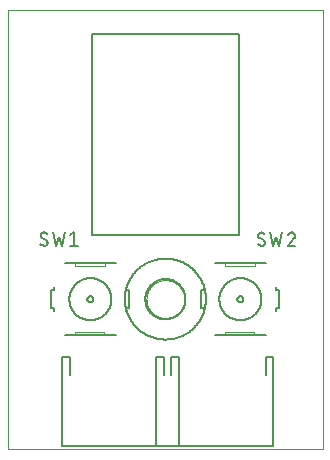
<source format=gto>
G75*
%MOIN*%
%OFA0B0*%
%FSLAX25Y25*%
%IPPOS*%
%LPD*%
%AMOC8*
5,1,8,0,0,1.08239X$1,22.5*
%
%ADD10C,0.00000*%
%ADD11C,0.00600*%
%ADD12C,0.00800*%
%ADD13C,0.00200*%
D10*
X0001800Y0001800D02*
X0001800Y0148001D01*
X0106721Y0148001D01*
X0106721Y0001800D01*
X0001800Y0001800D01*
X0048001Y0051800D02*
X0048003Y0051958D01*
X0048009Y0052116D01*
X0048019Y0052274D01*
X0048033Y0052432D01*
X0048051Y0052589D01*
X0048072Y0052746D01*
X0048098Y0052902D01*
X0048128Y0053058D01*
X0048161Y0053213D01*
X0048199Y0053366D01*
X0048240Y0053519D01*
X0048285Y0053671D01*
X0048334Y0053822D01*
X0048387Y0053971D01*
X0048443Y0054119D01*
X0048503Y0054265D01*
X0048567Y0054410D01*
X0048635Y0054553D01*
X0048706Y0054695D01*
X0048780Y0054835D01*
X0048858Y0054972D01*
X0048940Y0055108D01*
X0049024Y0055242D01*
X0049113Y0055373D01*
X0049204Y0055502D01*
X0049299Y0055629D01*
X0049396Y0055754D01*
X0049497Y0055876D01*
X0049601Y0055995D01*
X0049708Y0056112D01*
X0049818Y0056226D01*
X0049931Y0056337D01*
X0050046Y0056446D01*
X0050164Y0056551D01*
X0050285Y0056653D01*
X0050408Y0056753D01*
X0050534Y0056849D01*
X0050662Y0056942D01*
X0050792Y0057032D01*
X0050925Y0057118D01*
X0051060Y0057202D01*
X0051196Y0057281D01*
X0051335Y0057358D01*
X0051476Y0057430D01*
X0051618Y0057500D01*
X0051762Y0057565D01*
X0051908Y0057627D01*
X0052055Y0057685D01*
X0052204Y0057740D01*
X0052354Y0057791D01*
X0052505Y0057838D01*
X0052657Y0057881D01*
X0052810Y0057920D01*
X0052965Y0057956D01*
X0053120Y0057987D01*
X0053276Y0058015D01*
X0053432Y0058039D01*
X0053589Y0058059D01*
X0053747Y0058075D01*
X0053904Y0058087D01*
X0054063Y0058095D01*
X0054221Y0058099D01*
X0054379Y0058099D01*
X0054537Y0058095D01*
X0054696Y0058087D01*
X0054853Y0058075D01*
X0055011Y0058059D01*
X0055168Y0058039D01*
X0055324Y0058015D01*
X0055480Y0057987D01*
X0055635Y0057956D01*
X0055790Y0057920D01*
X0055943Y0057881D01*
X0056095Y0057838D01*
X0056246Y0057791D01*
X0056396Y0057740D01*
X0056545Y0057685D01*
X0056692Y0057627D01*
X0056838Y0057565D01*
X0056982Y0057500D01*
X0057124Y0057430D01*
X0057265Y0057358D01*
X0057404Y0057281D01*
X0057540Y0057202D01*
X0057675Y0057118D01*
X0057808Y0057032D01*
X0057938Y0056942D01*
X0058066Y0056849D01*
X0058192Y0056753D01*
X0058315Y0056653D01*
X0058436Y0056551D01*
X0058554Y0056446D01*
X0058669Y0056337D01*
X0058782Y0056226D01*
X0058892Y0056112D01*
X0058999Y0055995D01*
X0059103Y0055876D01*
X0059204Y0055754D01*
X0059301Y0055629D01*
X0059396Y0055502D01*
X0059487Y0055373D01*
X0059576Y0055242D01*
X0059660Y0055108D01*
X0059742Y0054972D01*
X0059820Y0054835D01*
X0059894Y0054695D01*
X0059965Y0054553D01*
X0060033Y0054410D01*
X0060097Y0054265D01*
X0060157Y0054119D01*
X0060213Y0053971D01*
X0060266Y0053822D01*
X0060315Y0053671D01*
X0060360Y0053519D01*
X0060401Y0053366D01*
X0060439Y0053213D01*
X0060472Y0053058D01*
X0060502Y0052902D01*
X0060528Y0052746D01*
X0060549Y0052589D01*
X0060567Y0052432D01*
X0060581Y0052274D01*
X0060591Y0052116D01*
X0060597Y0051958D01*
X0060599Y0051800D01*
X0060597Y0051642D01*
X0060591Y0051484D01*
X0060581Y0051326D01*
X0060567Y0051168D01*
X0060549Y0051011D01*
X0060528Y0050854D01*
X0060502Y0050698D01*
X0060472Y0050542D01*
X0060439Y0050387D01*
X0060401Y0050234D01*
X0060360Y0050081D01*
X0060315Y0049929D01*
X0060266Y0049778D01*
X0060213Y0049629D01*
X0060157Y0049481D01*
X0060097Y0049335D01*
X0060033Y0049190D01*
X0059965Y0049047D01*
X0059894Y0048905D01*
X0059820Y0048765D01*
X0059742Y0048628D01*
X0059660Y0048492D01*
X0059576Y0048358D01*
X0059487Y0048227D01*
X0059396Y0048098D01*
X0059301Y0047971D01*
X0059204Y0047846D01*
X0059103Y0047724D01*
X0058999Y0047605D01*
X0058892Y0047488D01*
X0058782Y0047374D01*
X0058669Y0047263D01*
X0058554Y0047154D01*
X0058436Y0047049D01*
X0058315Y0046947D01*
X0058192Y0046847D01*
X0058066Y0046751D01*
X0057938Y0046658D01*
X0057808Y0046568D01*
X0057675Y0046482D01*
X0057540Y0046398D01*
X0057404Y0046319D01*
X0057265Y0046242D01*
X0057124Y0046170D01*
X0056982Y0046100D01*
X0056838Y0046035D01*
X0056692Y0045973D01*
X0056545Y0045915D01*
X0056396Y0045860D01*
X0056246Y0045809D01*
X0056095Y0045762D01*
X0055943Y0045719D01*
X0055790Y0045680D01*
X0055635Y0045644D01*
X0055480Y0045613D01*
X0055324Y0045585D01*
X0055168Y0045561D01*
X0055011Y0045541D01*
X0054853Y0045525D01*
X0054696Y0045513D01*
X0054537Y0045505D01*
X0054379Y0045501D01*
X0054221Y0045501D01*
X0054063Y0045505D01*
X0053904Y0045513D01*
X0053747Y0045525D01*
X0053589Y0045541D01*
X0053432Y0045561D01*
X0053276Y0045585D01*
X0053120Y0045613D01*
X0052965Y0045644D01*
X0052810Y0045680D01*
X0052657Y0045719D01*
X0052505Y0045762D01*
X0052354Y0045809D01*
X0052204Y0045860D01*
X0052055Y0045915D01*
X0051908Y0045973D01*
X0051762Y0046035D01*
X0051618Y0046100D01*
X0051476Y0046170D01*
X0051335Y0046242D01*
X0051196Y0046319D01*
X0051060Y0046398D01*
X0050925Y0046482D01*
X0050792Y0046568D01*
X0050662Y0046658D01*
X0050534Y0046751D01*
X0050408Y0046847D01*
X0050285Y0046947D01*
X0050164Y0047049D01*
X0050046Y0047154D01*
X0049931Y0047263D01*
X0049818Y0047374D01*
X0049708Y0047488D01*
X0049601Y0047605D01*
X0049497Y0047724D01*
X0049396Y0047846D01*
X0049299Y0047971D01*
X0049204Y0048098D01*
X0049113Y0048227D01*
X0049024Y0048358D01*
X0048940Y0048492D01*
X0048858Y0048628D01*
X0048780Y0048765D01*
X0048706Y0048905D01*
X0048635Y0049047D01*
X0048567Y0049190D01*
X0048503Y0049335D01*
X0048443Y0049481D01*
X0048387Y0049629D01*
X0048334Y0049778D01*
X0048285Y0049929D01*
X0048240Y0050081D01*
X0048199Y0050234D01*
X0048161Y0050387D01*
X0048128Y0050542D01*
X0048098Y0050698D01*
X0048072Y0050854D01*
X0048051Y0051011D01*
X0048033Y0051168D01*
X0048019Y0051326D01*
X0048009Y0051484D01*
X0048003Y0051642D01*
X0048001Y0051800D01*
D11*
X0040800Y0051800D02*
X0040804Y0052131D01*
X0040816Y0052462D01*
X0040837Y0052793D01*
X0040865Y0053123D01*
X0040902Y0053453D01*
X0040946Y0053781D01*
X0040999Y0054108D01*
X0041059Y0054434D01*
X0041128Y0054758D01*
X0041205Y0055080D01*
X0041289Y0055401D01*
X0041381Y0055719D01*
X0041481Y0056035D01*
X0041589Y0056348D01*
X0041705Y0056659D01*
X0041828Y0056966D01*
X0041958Y0057271D01*
X0042096Y0057572D01*
X0042241Y0057870D01*
X0042394Y0058164D01*
X0042554Y0058454D01*
X0042721Y0058740D01*
X0042894Y0059022D01*
X0043075Y0059300D01*
X0043263Y0059573D01*
X0043457Y0059842D01*
X0043657Y0060106D01*
X0043864Y0060364D01*
X0044078Y0060618D01*
X0044297Y0060866D01*
X0044523Y0061109D01*
X0044754Y0061346D01*
X0044991Y0061577D01*
X0045234Y0061803D01*
X0045482Y0062022D01*
X0045736Y0062236D01*
X0045994Y0062443D01*
X0046258Y0062643D01*
X0046527Y0062837D01*
X0046800Y0063025D01*
X0047078Y0063206D01*
X0047360Y0063379D01*
X0047646Y0063546D01*
X0047936Y0063706D01*
X0048230Y0063859D01*
X0048528Y0064004D01*
X0048829Y0064142D01*
X0049134Y0064272D01*
X0049441Y0064395D01*
X0049752Y0064511D01*
X0050065Y0064619D01*
X0050381Y0064719D01*
X0050699Y0064811D01*
X0051020Y0064895D01*
X0051342Y0064972D01*
X0051666Y0065041D01*
X0051992Y0065101D01*
X0052319Y0065154D01*
X0052647Y0065198D01*
X0052977Y0065235D01*
X0053307Y0065263D01*
X0053638Y0065284D01*
X0053969Y0065296D01*
X0054300Y0065300D01*
X0054631Y0065296D01*
X0054962Y0065284D01*
X0055293Y0065263D01*
X0055623Y0065235D01*
X0055953Y0065198D01*
X0056281Y0065154D01*
X0056608Y0065101D01*
X0056934Y0065041D01*
X0057258Y0064972D01*
X0057580Y0064895D01*
X0057901Y0064811D01*
X0058219Y0064719D01*
X0058535Y0064619D01*
X0058848Y0064511D01*
X0059159Y0064395D01*
X0059466Y0064272D01*
X0059771Y0064142D01*
X0060072Y0064004D01*
X0060370Y0063859D01*
X0060664Y0063706D01*
X0060954Y0063546D01*
X0061240Y0063379D01*
X0061522Y0063206D01*
X0061800Y0063025D01*
X0062073Y0062837D01*
X0062342Y0062643D01*
X0062606Y0062443D01*
X0062864Y0062236D01*
X0063118Y0062022D01*
X0063366Y0061803D01*
X0063609Y0061577D01*
X0063846Y0061346D01*
X0064077Y0061109D01*
X0064303Y0060866D01*
X0064522Y0060618D01*
X0064736Y0060364D01*
X0064943Y0060106D01*
X0065143Y0059842D01*
X0065337Y0059573D01*
X0065525Y0059300D01*
X0065706Y0059022D01*
X0065879Y0058740D01*
X0066046Y0058454D01*
X0066206Y0058164D01*
X0066359Y0057870D01*
X0066504Y0057572D01*
X0066642Y0057271D01*
X0066772Y0056966D01*
X0066895Y0056659D01*
X0067011Y0056348D01*
X0067119Y0056035D01*
X0067219Y0055719D01*
X0067311Y0055401D01*
X0067395Y0055080D01*
X0067472Y0054758D01*
X0067541Y0054434D01*
X0067601Y0054108D01*
X0067654Y0053781D01*
X0067698Y0053453D01*
X0067735Y0053123D01*
X0067763Y0052793D01*
X0067784Y0052462D01*
X0067796Y0052131D01*
X0067800Y0051800D01*
X0067796Y0051469D01*
X0067784Y0051138D01*
X0067763Y0050807D01*
X0067735Y0050477D01*
X0067698Y0050147D01*
X0067654Y0049819D01*
X0067601Y0049492D01*
X0067541Y0049166D01*
X0067472Y0048842D01*
X0067395Y0048520D01*
X0067311Y0048199D01*
X0067219Y0047881D01*
X0067119Y0047565D01*
X0067011Y0047252D01*
X0066895Y0046941D01*
X0066772Y0046634D01*
X0066642Y0046329D01*
X0066504Y0046028D01*
X0066359Y0045730D01*
X0066206Y0045436D01*
X0066046Y0045146D01*
X0065879Y0044860D01*
X0065706Y0044578D01*
X0065525Y0044300D01*
X0065337Y0044027D01*
X0065143Y0043758D01*
X0064943Y0043494D01*
X0064736Y0043236D01*
X0064522Y0042982D01*
X0064303Y0042734D01*
X0064077Y0042491D01*
X0063846Y0042254D01*
X0063609Y0042023D01*
X0063366Y0041797D01*
X0063118Y0041578D01*
X0062864Y0041364D01*
X0062606Y0041157D01*
X0062342Y0040957D01*
X0062073Y0040763D01*
X0061800Y0040575D01*
X0061522Y0040394D01*
X0061240Y0040221D01*
X0060954Y0040054D01*
X0060664Y0039894D01*
X0060370Y0039741D01*
X0060072Y0039596D01*
X0059771Y0039458D01*
X0059466Y0039328D01*
X0059159Y0039205D01*
X0058848Y0039089D01*
X0058535Y0038981D01*
X0058219Y0038881D01*
X0057901Y0038789D01*
X0057580Y0038705D01*
X0057258Y0038628D01*
X0056934Y0038559D01*
X0056608Y0038499D01*
X0056281Y0038446D01*
X0055953Y0038402D01*
X0055623Y0038365D01*
X0055293Y0038337D01*
X0054962Y0038316D01*
X0054631Y0038304D01*
X0054300Y0038300D01*
X0053969Y0038304D01*
X0053638Y0038316D01*
X0053307Y0038337D01*
X0052977Y0038365D01*
X0052647Y0038402D01*
X0052319Y0038446D01*
X0051992Y0038499D01*
X0051666Y0038559D01*
X0051342Y0038628D01*
X0051020Y0038705D01*
X0050699Y0038789D01*
X0050381Y0038881D01*
X0050065Y0038981D01*
X0049752Y0039089D01*
X0049441Y0039205D01*
X0049134Y0039328D01*
X0048829Y0039458D01*
X0048528Y0039596D01*
X0048230Y0039741D01*
X0047936Y0039894D01*
X0047646Y0040054D01*
X0047360Y0040221D01*
X0047078Y0040394D01*
X0046800Y0040575D01*
X0046527Y0040763D01*
X0046258Y0040957D01*
X0045994Y0041157D01*
X0045736Y0041364D01*
X0045482Y0041578D01*
X0045234Y0041797D01*
X0044991Y0042023D01*
X0044754Y0042254D01*
X0044523Y0042491D01*
X0044297Y0042734D01*
X0044078Y0042982D01*
X0043864Y0043236D01*
X0043657Y0043494D01*
X0043457Y0043758D01*
X0043263Y0044027D01*
X0043075Y0044300D01*
X0042894Y0044578D01*
X0042721Y0044860D01*
X0042554Y0045146D01*
X0042394Y0045436D01*
X0042241Y0045730D01*
X0042096Y0046028D01*
X0041958Y0046329D01*
X0041828Y0046634D01*
X0041705Y0046941D01*
X0041589Y0047252D01*
X0041481Y0047565D01*
X0041381Y0047881D01*
X0041289Y0048199D01*
X0041205Y0048520D01*
X0041128Y0048842D01*
X0041059Y0049166D01*
X0040999Y0049492D01*
X0040946Y0049819D01*
X0040902Y0050147D01*
X0040865Y0050477D01*
X0040837Y0050807D01*
X0040816Y0051138D01*
X0040804Y0051469D01*
X0040800Y0051800D01*
X0041300Y0048800D02*
X0041300Y0047800D01*
X0041300Y0048800D02*
X0042300Y0048800D01*
X0042300Y0054800D01*
X0041300Y0054800D01*
X0041300Y0055800D01*
X0037800Y0063800D02*
X0034300Y0063800D01*
X0024300Y0063800D01*
X0020800Y0063800D01*
X0019750Y0069600D02*
X0020728Y0074000D01*
X0022650Y0073022D02*
X0023872Y0074000D01*
X0023872Y0069600D01*
X0022650Y0069600D02*
X0025094Y0069600D01*
X0029800Y0073300D02*
X0078800Y0073300D01*
X0078800Y0140300D01*
X0029800Y0140300D01*
X0029800Y0073300D01*
X0019750Y0069600D02*
X0018772Y0072533D01*
X0017794Y0069600D01*
X0016817Y0074000D01*
X0014556Y0071433D02*
X0013211Y0072167D01*
X0013700Y0074000D02*
X0013784Y0073998D01*
X0013868Y0073992D01*
X0013952Y0073983D01*
X0014035Y0073969D01*
X0014118Y0073952D01*
X0014199Y0073931D01*
X0014280Y0073906D01*
X0014359Y0073877D01*
X0014437Y0073845D01*
X0014513Y0073810D01*
X0014588Y0073771D01*
X0014661Y0073728D01*
X0014731Y0073682D01*
X0014800Y0073633D01*
X0013211Y0072166D02*
X0013160Y0072199D01*
X0013110Y0072234D01*
X0013063Y0072273D01*
X0013019Y0072314D01*
X0012977Y0072358D01*
X0012938Y0072404D01*
X0012902Y0072453D01*
X0012868Y0072503D01*
X0012838Y0072556D01*
X0012811Y0072610D01*
X0012788Y0072666D01*
X0012768Y0072723D01*
X0012751Y0072782D01*
X0012739Y0072841D01*
X0012729Y0072901D01*
X0012724Y0072961D01*
X0012722Y0073022D01*
X0012724Y0073083D01*
X0012730Y0073145D01*
X0012739Y0073205D01*
X0012753Y0073265D01*
X0012770Y0073324D01*
X0012791Y0073382D01*
X0012815Y0073438D01*
X0012843Y0073493D01*
X0012874Y0073546D01*
X0012909Y0073597D01*
X0012946Y0073645D01*
X0012987Y0073691D01*
X0013031Y0073735D01*
X0013077Y0073776D01*
X0013125Y0073813D01*
X0013176Y0073848D01*
X0013229Y0073879D01*
X0013284Y0073907D01*
X0013340Y0073931D01*
X0013398Y0073952D01*
X0013457Y0073969D01*
X0013517Y0073983D01*
X0013577Y0073992D01*
X0013639Y0073998D01*
X0013700Y0074000D01*
X0012600Y0070211D02*
X0012665Y0070148D01*
X0012733Y0070088D01*
X0012804Y0070031D01*
X0012876Y0069977D01*
X0012952Y0069927D01*
X0013029Y0069880D01*
X0013108Y0069836D01*
X0013190Y0069796D01*
X0013272Y0069759D01*
X0013357Y0069726D01*
X0013443Y0069697D01*
X0013529Y0069671D01*
X0013617Y0069649D01*
X0013706Y0069632D01*
X0013796Y0069618D01*
X0013886Y0069608D01*
X0013976Y0069602D01*
X0014067Y0069600D01*
X0014128Y0069602D01*
X0014190Y0069608D01*
X0014250Y0069617D01*
X0014310Y0069631D01*
X0014369Y0069648D01*
X0014427Y0069669D01*
X0014483Y0069693D01*
X0014538Y0069721D01*
X0014591Y0069752D01*
X0014642Y0069787D01*
X0014690Y0069824D01*
X0014736Y0069865D01*
X0014780Y0069909D01*
X0014821Y0069955D01*
X0014858Y0070003D01*
X0014893Y0070054D01*
X0014924Y0070107D01*
X0014952Y0070162D01*
X0014976Y0070218D01*
X0014997Y0070276D01*
X0015014Y0070335D01*
X0015028Y0070395D01*
X0015037Y0070455D01*
X0015043Y0070517D01*
X0015045Y0070578D01*
X0015044Y0070578D02*
X0015042Y0070639D01*
X0015037Y0070699D01*
X0015027Y0070759D01*
X0015015Y0070818D01*
X0014998Y0070877D01*
X0014978Y0070934D01*
X0014955Y0070990D01*
X0014928Y0071044D01*
X0014898Y0071097D01*
X0014864Y0071147D01*
X0014828Y0071196D01*
X0014789Y0071242D01*
X0014747Y0071286D01*
X0014703Y0071327D01*
X0014656Y0071366D01*
X0014606Y0071401D01*
X0014555Y0071434D01*
X0017300Y0055800D02*
X0017300Y0054800D01*
X0016300Y0054800D01*
X0016300Y0048800D01*
X0017300Y0048800D01*
X0017300Y0047800D01*
X0020800Y0039800D02*
X0024300Y0039800D01*
X0033800Y0039800D01*
X0037800Y0039800D01*
X0028300Y0051800D02*
X0028302Y0051863D01*
X0028308Y0051925D01*
X0028318Y0051987D01*
X0028331Y0052049D01*
X0028349Y0052109D01*
X0028370Y0052168D01*
X0028395Y0052226D01*
X0028424Y0052282D01*
X0028456Y0052336D01*
X0028491Y0052388D01*
X0028529Y0052437D01*
X0028571Y0052485D01*
X0028615Y0052529D01*
X0028663Y0052571D01*
X0028712Y0052609D01*
X0028764Y0052644D01*
X0028818Y0052676D01*
X0028874Y0052705D01*
X0028932Y0052730D01*
X0028991Y0052751D01*
X0029051Y0052769D01*
X0029113Y0052782D01*
X0029175Y0052792D01*
X0029237Y0052798D01*
X0029300Y0052800D01*
X0029363Y0052798D01*
X0029425Y0052792D01*
X0029487Y0052782D01*
X0029549Y0052769D01*
X0029609Y0052751D01*
X0029668Y0052730D01*
X0029726Y0052705D01*
X0029782Y0052676D01*
X0029836Y0052644D01*
X0029888Y0052609D01*
X0029937Y0052571D01*
X0029985Y0052529D01*
X0030029Y0052485D01*
X0030071Y0052437D01*
X0030109Y0052388D01*
X0030144Y0052336D01*
X0030176Y0052282D01*
X0030205Y0052226D01*
X0030230Y0052168D01*
X0030251Y0052109D01*
X0030269Y0052049D01*
X0030282Y0051987D01*
X0030292Y0051925D01*
X0030298Y0051863D01*
X0030300Y0051800D01*
X0030298Y0051737D01*
X0030292Y0051675D01*
X0030282Y0051613D01*
X0030269Y0051551D01*
X0030251Y0051491D01*
X0030230Y0051432D01*
X0030205Y0051374D01*
X0030176Y0051318D01*
X0030144Y0051264D01*
X0030109Y0051212D01*
X0030071Y0051163D01*
X0030029Y0051115D01*
X0029985Y0051071D01*
X0029937Y0051029D01*
X0029888Y0050991D01*
X0029836Y0050956D01*
X0029782Y0050924D01*
X0029726Y0050895D01*
X0029668Y0050870D01*
X0029609Y0050849D01*
X0029549Y0050831D01*
X0029487Y0050818D01*
X0029425Y0050808D01*
X0029363Y0050802D01*
X0029300Y0050800D01*
X0029237Y0050802D01*
X0029175Y0050808D01*
X0029113Y0050818D01*
X0029051Y0050831D01*
X0028991Y0050849D01*
X0028932Y0050870D01*
X0028874Y0050895D01*
X0028818Y0050924D01*
X0028764Y0050956D01*
X0028712Y0050991D01*
X0028663Y0051029D01*
X0028615Y0051071D01*
X0028571Y0051115D01*
X0028529Y0051163D01*
X0028491Y0051212D01*
X0028456Y0051264D01*
X0028424Y0051318D01*
X0028395Y0051374D01*
X0028370Y0051432D01*
X0028349Y0051491D01*
X0028331Y0051551D01*
X0028318Y0051613D01*
X0028308Y0051675D01*
X0028302Y0051737D01*
X0028300Y0051800D01*
X0022300Y0051800D02*
X0022302Y0051972D01*
X0022308Y0052143D01*
X0022319Y0052315D01*
X0022334Y0052486D01*
X0022353Y0052657D01*
X0022376Y0052827D01*
X0022403Y0052997D01*
X0022435Y0053166D01*
X0022470Y0053334D01*
X0022510Y0053501D01*
X0022554Y0053667D01*
X0022601Y0053832D01*
X0022653Y0053996D01*
X0022709Y0054158D01*
X0022769Y0054319D01*
X0022833Y0054479D01*
X0022901Y0054637D01*
X0022972Y0054793D01*
X0023047Y0054947D01*
X0023127Y0055100D01*
X0023209Y0055250D01*
X0023296Y0055399D01*
X0023386Y0055545D01*
X0023480Y0055689D01*
X0023577Y0055831D01*
X0023678Y0055970D01*
X0023782Y0056107D01*
X0023889Y0056241D01*
X0024000Y0056372D01*
X0024113Y0056501D01*
X0024230Y0056627D01*
X0024350Y0056750D01*
X0024473Y0056870D01*
X0024599Y0056987D01*
X0024728Y0057100D01*
X0024859Y0057211D01*
X0024993Y0057318D01*
X0025130Y0057422D01*
X0025269Y0057523D01*
X0025411Y0057620D01*
X0025555Y0057714D01*
X0025701Y0057804D01*
X0025850Y0057891D01*
X0026000Y0057973D01*
X0026153Y0058053D01*
X0026307Y0058128D01*
X0026463Y0058199D01*
X0026621Y0058267D01*
X0026781Y0058331D01*
X0026942Y0058391D01*
X0027104Y0058447D01*
X0027268Y0058499D01*
X0027433Y0058546D01*
X0027599Y0058590D01*
X0027766Y0058630D01*
X0027934Y0058665D01*
X0028103Y0058697D01*
X0028273Y0058724D01*
X0028443Y0058747D01*
X0028614Y0058766D01*
X0028785Y0058781D01*
X0028957Y0058792D01*
X0029128Y0058798D01*
X0029300Y0058800D01*
X0029472Y0058798D01*
X0029643Y0058792D01*
X0029815Y0058781D01*
X0029986Y0058766D01*
X0030157Y0058747D01*
X0030327Y0058724D01*
X0030497Y0058697D01*
X0030666Y0058665D01*
X0030834Y0058630D01*
X0031001Y0058590D01*
X0031167Y0058546D01*
X0031332Y0058499D01*
X0031496Y0058447D01*
X0031658Y0058391D01*
X0031819Y0058331D01*
X0031979Y0058267D01*
X0032137Y0058199D01*
X0032293Y0058128D01*
X0032447Y0058053D01*
X0032600Y0057973D01*
X0032750Y0057891D01*
X0032899Y0057804D01*
X0033045Y0057714D01*
X0033189Y0057620D01*
X0033331Y0057523D01*
X0033470Y0057422D01*
X0033607Y0057318D01*
X0033741Y0057211D01*
X0033872Y0057100D01*
X0034001Y0056987D01*
X0034127Y0056870D01*
X0034250Y0056750D01*
X0034370Y0056627D01*
X0034487Y0056501D01*
X0034600Y0056372D01*
X0034711Y0056241D01*
X0034818Y0056107D01*
X0034922Y0055970D01*
X0035023Y0055831D01*
X0035120Y0055689D01*
X0035214Y0055545D01*
X0035304Y0055399D01*
X0035391Y0055250D01*
X0035473Y0055100D01*
X0035553Y0054947D01*
X0035628Y0054793D01*
X0035699Y0054637D01*
X0035767Y0054479D01*
X0035831Y0054319D01*
X0035891Y0054158D01*
X0035947Y0053996D01*
X0035999Y0053832D01*
X0036046Y0053667D01*
X0036090Y0053501D01*
X0036130Y0053334D01*
X0036165Y0053166D01*
X0036197Y0052997D01*
X0036224Y0052827D01*
X0036247Y0052657D01*
X0036266Y0052486D01*
X0036281Y0052315D01*
X0036292Y0052143D01*
X0036298Y0051972D01*
X0036300Y0051800D01*
X0036298Y0051628D01*
X0036292Y0051457D01*
X0036281Y0051285D01*
X0036266Y0051114D01*
X0036247Y0050943D01*
X0036224Y0050773D01*
X0036197Y0050603D01*
X0036165Y0050434D01*
X0036130Y0050266D01*
X0036090Y0050099D01*
X0036046Y0049933D01*
X0035999Y0049768D01*
X0035947Y0049604D01*
X0035891Y0049442D01*
X0035831Y0049281D01*
X0035767Y0049121D01*
X0035699Y0048963D01*
X0035628Y0048807D01*
X0035553Y0048653D01*
X0035473Y0048500D01*
X0035391Y0048350D01*
X0035304Y0048201D01*
X0035214Y0048055D01*
X0035120Y0047911D01*
X0035023Y0047769D01*
X0034922Y0047630D01*
X0034818Y0047493D01*
X0034711Y0047359D01*
X0034600Y0047228D01*
X0034487Y0047099D01*
X0034370Y0046973D01*
X0034250Y0046850D01*
X0034127Y0046730D01*
X0034001Y0046613D01*
X0033872Y0046500D01*
X0033741Y0046389D01*
X0033607Y0046282D01*
X0033470Y0046178D01*
X0033331Y0046077D01*
X0033189Y0045980D01*
X0033045Y0045886D01*
X0032899Y0045796D01*
X0032750Y0045709D01*
X0032600Y0045627D01*
X0032447Y0045547D01*
X0032293Y0045472D01*
X0032137Y0045401D01*
X0031979Y0045333D01*
X0031819Y0045269D01*
X0031658Y0045209D01*
X0031496Y0045153D01*
X0031332Y0045101D01*
X0031167Y0045054D01*
X0031001Y0045010D01*
X0030834Y0044970D01*
X0030666Y0044935D01*
X0030497Y0044903D01*
X0030327Y0044876D01*
X0030157Y0044853D01*
X0029986Y0044834D01*
X0029815Y0044819D01*
X0029643Y0044808D01*
X0029472Y0044802D01*
X0029300Y0044800D01*
X0029128Y0044802D01*
X0028957Y0044808D01*
X0028785Y0044819D01*
X0028614Y0044834D01*
X0028443Y0044853D01*
X0028273Y0044876D01*
X0028103Y0044903D01*
X0027934Y0044935D01*
X0027766Y0044970D01*
X0027599Y0045010D01*
X0027433Y0045054D01*
X0027268Y0045101D01*
X0027104Y0045153D01*
X0026942Y0045209D01*
X0026781Y0045269D01*
X0026621Y0045333D01*
X0026463Y0045401D01*
X0026307Y0045472D01*
X0026153Y0045547D01*
X0026000Y0045627D01*
X0025850Y0045709D01*
X0025701Y0045796D01*
X0025555Y0045886D01*
X0025411Y0045980D01*
X0025269Y0046077D01*
X0025130Y0046178D01*
X0024993Y0046282D01*
X0024859Y0046389D01*
X0024728Y0046500D01*
X0024599Y0046613D01*
X0024473Y0046730D01*
X0024350Y0046850D01*
X0024230Y0046973D01*
X0024113Y0047099D01*
X0024000Y0047228D01*
X0023889Y0047359D01*
X0023782Y0047493D01*
X0023678Y0047630D01*
X0023577Y0047769D01*
X0023480Y0047911D01*
X0023386Y0048055D01*
X0023296Y0048201D01*
X0023209Y0048350D01*
X0023127Y0048500D01*
X0023047Y0048653D01*
X0022972Y0048807D01*
X0022901Y0048963D01*
X0022833Y0049121D01*
X0022769Y0049281D01*
X0022709Y0049442D01*
X0022653Y0049604D01*
X0022601Y0049768D01*
X0022554Y0049933D01*
X0022510Y0050099D01*
X0022470Y0050266D01*
X0022435Y0050434D01*
X0022403Y0050603D01*
X0022376Y0050773D01*
X0022353Y0050943D01*
X0022334Y0051114D01*
X0022319Y0051285D01*
X0022308Y0051457D01*
X0022302Y0051628D01*
X0022300Y0051800D01*
X0066300Y0048800D02*
X0067300Y0048800D01*
X0067300Y0047800D01*
X0066300Y0048800D02*
X0066300Y0054800D01*
X0067300Y0054800D01*
X0067300Y0055800D01*
X0070800Y0063800D02*
X0074300Y0063800D01*
X0084300Y0063800D01*
X0087800Y0063800D01*
X0090294Y0069600D02*
X0091272Y0072533D01*
X0092250Y0069600D01*
X0093228Y0074000D01*
X0097227Y0072045D02*
X0097276Y0072093D01*
X0097321Y0072145D01*
X0097363Y0072198D01*
X0097402Y0072254D01*
X0097438Y0072313D01*
X0097470Y0072373D01*
X0097499Y0072435D01*
X0097524Y0072498D01*
X0097545Y0072563D01*
X0097563Y0072629D01*
X0097576Y0072696D01*
X0097586Y0072764D01*
X0097592Y0072832D01*
X0097594Y0072900D01*
X0097228Y0072044D02*
X0095150Y0069600D01*
X0097594Y0069600D01*
X0095150Y0073022D02*
X0095174Y0073092D01*
X0095203Y0073161D01*
X0095234Y0073227D01*
X0095270Y0073293D01*
X0095308Y0073356D01*
X0095350Y0073417D01*
X0095395Y0073475D01*
X0095443Y0073532D01*
X0095494Y0073586D01*
X0095548Y0073637D01*
X0095604Y0073685D01*
X0095663Y0073730D01*
X0095724Y0073772D01*
X0095787Y0073810D01*
X0095852Y0073846D01*
X0095919Y0073878D01*
X0095987Y0073906D01*
X0096057Y0073931D01*
X0096128Y0073952D01*
X0096200Y0073969D01*
X0096273Y0073983D01*
X0096346Y0073992D01*
X0096420Y0073998D01*
X0096494Y0074000D01*
X0096558Y0073998D01*
X0096622Y0073993D01*
X0096685Y0073983D01*
X0096748Y0073970D01*
X0096809Y0073954D01*
X0096870Y0073934D01*
X0096930Y0073910D01*
X0096988Y0073883D01*
X0097044Y0073853D01*
X0097098Y0073819D01*
X0097151Y0073782D01*
X0097201Y0073743D01*
X0097249Y0073700D01*
X0097294Y0073655D01*
X0097337Y0073607D01*
X0097376Y0073557D01*
X0097413Y0073504D01*
X0097447Y0073450D01*
X0097477Y0073394D01*
X0097504Y0073336D01*
X0097528Y0073276D01*
X0097548Y0073215D01*
X0097564Y0073154D01*
X0097577Y0073091D01*
X0097587Y0073028D01*
X0097592Y0072964D01*
X0097594Y0072900D01*
X0090294Y0069600D02*
X0089317Y0074000D01*
X0087056Y0071433D02*
X0085711Y0072167D01*
X0086200Y0074000D02*
X0086284Y0073998D01*
X0086368Y0073992D01*
X0086452Y0073983D01*
X0086535Y0073969D01*
X0086618Y0073952D01*
X0086699Y0073931D01*
X0086780Y0073906D01*
X0086859Y0073877D01*
X0086937Y0073845D01*
X0087013Y0073810D01*
X0087088Y0073771D01*
X0087161Y0073728D01*
X0087231Y0073682D01*
X0087300Y0073633D01*
X0085711Y0072166D02*
X0085660Y0072199D01*
X0085610Y0072234D01*
X0085563Y0072273D01*
X0085519Y0072314D01*
X0085477Y0072358D01*
X0085438Y0072404D01*
X0085402Y0072453D01*
X0085368Y0072503D01*
X0085338Y0072556D01*
X0085311Y0072610D01*
X0085288Y0072666D01*
X0085268Y0072723D01*
X0085251Y0072782D01*
X0085239Y0072841D01*
X0085229Y0072901D01*
X0085224Y0072961D01*
X0085222Y0073022D01*
X0085224Y0073083D01*
X0085230Y0073145D01*
X0085239Y0073205D01*
X0085253Y0073265D01*
X0085270Y0073324D01*
X0085291Y0073382D01*
X0085315Y0073438D01*
X0085343Y0073493D01*
X0085374Y0073546D01*
X0085409Y0073597D01*
X0085446Y0073645D01*
X0085487Y0073691D01*
X0085531Y0073735D01*
X0085577Y0073776D01*
X0085625Y0073813D01*
X0085676Y0073848D01*
X0085729Y0073879D01*
X0085784Y0073907D01*
X0085840Y0073931D01*
X0085898Y0073952D01*
X0085957Y0073969D01*
X0086017Y0073983D01*
X0086077Y0073992D01*
X0086139Y0073998D01*
X0086200Y0074000D01*
X0085100Y0070211D02*
X0085165Y0070148D01*
X0085233Y0070088D01*
X0085304Y0070031D01*
X0085376Y0069977D01*
X0085452Y0069927D01*
X0085529Y0069880D01*
X0085608Y0069836D01*
X0085690Y0069796D01*
X0085772Y0069759D01*
X0085857Y0069726D01*
X0085943Y0069697D01*
X0086029Y0069671D01*
X0086117Y0069649D01*
X0086206Y0069632D01*
X0086296Y0069618D01*
X0086386Y0069608D01*
X0086476Y0069602D01*
X0086567Y0069600D01*
X0086628Y0069602D01*
X0086690Y0069608D01*
X0086750Y0069617D01*
X0086810Y0069631D01*
X0086869Y0069648D01*
X0086927Y0069669D01*
X0086983Y0069693D01*
X0087038Y0069721D01*
X0087091Y0069752D01*
X0087142Y0069787D01*
X0087190Y0069824D01*
X0087236Y0069865D01*
X0087280Y0069909D01*
X0087321Y0069955D01*
X0087358Y0070003D01*
X0087393Y0070054D01*
X0087424Y0070107D01*
X0087452Y0070162D01*
X0087476Y0070218D01*
X0087497Y0070276D01*
X0087514Y0070335D01*
X0087528Y0070395D01*
X0087537Y0070455D01*
X0087543Y0070517D01*
X0087545Y0070578D01*
X0087544Y0070578D02*
X0087542Y0070639D01*
X0087537Y0070699D01*
X0087527Y0070759D01*
X0087515Y0070818D01*
X0087498Y0070877D01*
X0087478Y0070934D01*
X0087455Y0070990D01*
X0087428Y0071044D01*
X0087398Y0071097D01*
X0087364Y0071147D01*
X0087328Y0071196D01*
X0087289Y0071242D01*
X0087247Y0071286D01*
X0087203Y0071327D01*
X0087156Y0071366D01*
X0087106Y0071401D01*
X0087055Y0071434D01*
X0091300Y0055800D02*
X0091300Y0054800D01*
X0092300Y0054800D01*
X0092300Y0048800D01*
X0091300Y0048800D01*
X0091300Y0047800D01*
X0087800Y0039800D02*
X0083800Y0039800D01*
X0074300Y0039800D01*
X0070800Y0039800D01*
X0078300Y0051800D02*
X0078302Y0051863D01*
X0078308Y0051925D01*
X0078318Y0051987D01*
X0078331Y0052049D01*
X0078349Y0052109D01*
X0078370Y0052168D01*
X0078395Y0052226D01*
X0078424Y0052282D01*
X0078456Y0052336D01*
X0078491Y0052388D01*
X0078529Y0052437D01*
X0078571Y0052485D01*
X0078615Y0052529D01*
X0078663Y0052571D01*
X0078712Y0052609D01*
X0078764Y0052644D01*
X0078818Y0052676D01*
X0078874Y0052705D01*
X0078932Y0052730D01*
X0078991Y0052751D01*
X0079051Y0052769D01*
X0079113Y0052782D01*
X0079175Y0052792D01*
X0079237Y0052798D01*
X0079300Y0052800D01*
X0079363Y0052798D01*
X0079425Y0052792D01*
X0079487Y0052782D01*
X0079549Y0052769D01*
X0079609Y0052751D01*
X0079668Y0052730D01*
X0079726Y0052705D01*
X0079782Y0052676D01*
X0079836Y0052644D01*
X0079888Y0052609D01*
X0079937Y0052571D01*
X0079985Y0052529D01*
X0080029Y0052485D01*
X0080071Y0052437D01*
X0080109Y0052388D01*
X0080144Y0052336D01*
X0080176Y0052282D01*
X0080205Y0052226D01*
X0080230Y0052168D01*
X0080251Y0052109D01*
X0080269Y0052049D01*
X0080282Y0051987D01*
X0080292Y0051925D01*
X0080298Y0051863D01*
X0080300Y0051800D01*
X0080298Y0051737D01*
X0080292Y0051675D01*
X0080282Y0051613D01*
X0080269Y0051551D01*
X0080251Y0051491D01*
X0080230Y0051432D01*
X0080205Y0051374D01*
X0080176Y0051318D01*
X0080144Y0051264D01*
X0080109Y0051212D01*
X0080071Y0051163D01*
X0080029Y0051115D01*
X0079985Y0051071D01*
X0079937Y0051029D01*
X0079888Y0050991D01*
X0079836Y0050956D01*
X0079782Y0050924D01*
X0079726Y0050895D01*
X0079668Y0050870D01*
X0079609Y0050849D01*
X0079549Y0050831D01*
X0079487Y0050818D01*
X0079425Y0050808D01*
X0079363Y0050802D01*
X0079300Y0050800D01*
X0079237Y0050802D01*
X0079175Y0050808D01*
X0079113Y0050818D01*
X0079051Y0050831D01*
X0078991Y0050849D01*
X0078932Y0050870D01*
X0078874Y0050895D01*
X0078818Y0050924D01*
X0078764Y0050956D01*
X0078712Y0050991D01*
X0078663Y0051029D01*
X0078615Y0051071D01*
X0078571Y0051115D01*
X0078529Y0051163D01*
X0078491Y0051212D01*
X0078456Y0051264D01*
X0078424Y0051318D01*
X0078395Y0051374D01*
X0078370Y0051432D01*
X0078349Y0051491D01*
X0078331Y0051551D01*
X0078318Y0051613D01*
X0078308Y0051675D01*
X0078302Y0051737D01*
X0078300Y0051800D01*
X0072300Y0051800D02*
X0072302Y0051972D01*
X0072308Y0052143D01*
X0072319Y0052315D01*
X0072334Y0052486D01*
X0072353Y0052657D01*
X0072376Y0052827D01*
X0072403Y0052997D01*
X0072435Y0053166D01*
X0072470Y0053334D01*
X0072510Y0053501D01*
X0072554Y0053667D01*
X0072601Y0053832D01*
X0072653Y0053996D01*
X0072709Y0054158D01*
X0072769Y0054319D01*
X0072833Y0054479D01*
X0072901Y0054637D01*
X0072972Y0054793D01*
X0073047Y0054947D01*
X0073127Y0055100D01*
X0073209Y0055250D01*
X0073296Y0055399D01*
X0073386Y0055545D01*
X0073480Y0055689D01*
X0073577Y0055831D01*
X0073678Y0055970D01*
X0073782Y0056107D01*
X0073889Y0056241D01*
X0074000Y0056372D01*
X0074113Y0056501D01*
X0074230Y0056627D01*
X0074350Y0056750D01*
X0074473Y0056870D01*
X0074599Y0056987D01*
X0074728Y0057100D01*
X0074859Y0057211D01*
X0074993Y0057318D01*
X0075130Y0057422D01*
X0075269Y0057523D01*
X0075411Y0057620D01*
X0075555Y0057714D01*
X0075701Y0057804D01*
X0075850Y0057891D01*
X0076000Y0057973D01*
X0076153Y0058053D01*
X0076307Y0058128D01*
X0076463Y0058199D01*
X0076621Y0058267D01*
X0076781Y0058331D01*
X0076942Y0058391D01*
X0077104Y0058447D01*
X0077268Y0058499D01*
X0077433Y0058546D01*
X0077599Y0058590D01*
X0077766Y0058630D01*
X0077934Y0058665D01*
X0078103Y0058697D01*
X0078273Y0058724D01*
X0078443Y0058747D01*
X0078614Y0058766D01*
X0078785Y0058781D01*
X0078957Y0058792D01*
X0079128Y0058798D01*
X0079300Y0058800D01*
X0079472Y0058798D01*
X0079643Y0058792D01*
X0079815Y0058781D01*
X0079986Y0058766D01*
X0080157Y0058747D01*
X0080327Y0058724D01*
X0080497Y0058697D01*
X0080666Y0058665D01*
X0080834Y0058630D01*
X0081001Y0058590D01*
X0081167Y0058546D01*
X0081332Y0058499D01*
X0081496Y0058447D01*
X0081658Y0058391D01*
X0081819Y0058331D01*
X0081979Y0058267D01*
X0082137Y0058199D01*
X0082293Y0058128D01*
X0082447Y0058053D01*
X0082600Y0057973D01*
X0082750Y0057891D01*
X0082899Y0057804D01*
X0083045Y0057714D01*
X0083189Y0057620D01*
X0083331Y0057523D01*
X0083470Y0057422D01*
X0083607Y0057318D01*
X0083741Y0057211D01*
X0083872Y0057100D01*
X0084001Y0056987D01*
X0084127Y0056870D01*
X0084250Y0056750D01*
X0084370Y0056627D01*
X0084487Y0056501D01*
X0084600Y0056372D01*
X0084711Y0056241D01*
X0084818Y0056107D01*
X0084922Y0055970D01*
X0085023Y0055831D01*
X0085120Y0055689D01*
X0085214Y0055545D01*
X0085304Y0055399D01*
X0085391Y0055250D01*
X0085473Y0055100D01*
X0085553Y0054947D01*
X0085628Y0054793D01*
X0085699Y0054637D01*
X0085767Y0054479D01*
X0085831Y0054319D01*
X0085891Y0054158D01*
X0085947Y0053996D01*
X0085999Y0053832D01*
X0086046Y0053667D01*
X0086090Y0053501D01*
X0086130Y0053334D01*
X0086165Y0053166D01*
X0086197Y0052997D01*
X0086224Y0052827D01*
X0086247Y0052657D01*
X0086266Y0052486D01*
X0086281Y0052315D01*
X0086292Y0052143D01*
X0086298Y0051972D01*
X0086300Y0051800D01*
X0086298Y0051628D01*
X0086292Y0051457D01*
X0086281Y0051285D01*
X0086266Y0051114D01*
X0086247Y0050943D01*
X0086224Y0050773D01*
X0086197Y0050603D01*
X0086165Y0050434D01*
X0086130Y0050266D01*
X0086090Y0050099D01*
X0086046Y0049933D01*
X0085999Y0049768D01*
X0085947Y0049604D01*
X0085891Y0049442D01*
X0085831Y0049281D01*
X0085767Y0049121D01*
X0085699Y0048963D01*
X0085628Y0048807D01*
X0085553Y0048653D01*
X0085473Y0048500D01*
X0085391Y0048350D01*
X0085304Y0048201D01*
X0085214Y0048055D01*
X0085120Y0047911D01*
X0085023Y0047769D01*
X0084922Y0047630D01*
X0084818Y0047493D01*
X0084711Y0047359D01*
X0084600Y0047228D01*
X0084487Y0047099D01*
X0084370Y0046973D01*
X0084250Y0046850D01*
X0084127Y0046730D01*
X0084001Y0046613D01*
X0083872Y0046500D01*
X0083741Y0046389D01*
X0083607Y0046282D01*
X0083470Y0046178D01*
X0083331Y0046077D01*
X0083189Y0045980D01*
X0083045Y0045886D01*
X0082899Y0045796D01*
X0082750Y0045709D01*
X0082600Y0045627D01*
X0082447Y0045547D01*
X0082293Y0045472D01*
X0082137Y0045401D01*
X0081979Y0045333D01*
X0081819Y0045269D01*
X0081658Y0045209D01*
X0081496Y0045153D01*
X0081332Y0045101D01*
X0081167Y0045054D01*
X0081001Y0045010D01*
X0080834Y0044970D01*
X0080666Y0044935D01*
X0080497Y0044903D01*
X0080327Y0044876D01*
X0080157Y0044853D01*
X0079986Y0044834D01*
X0079815Y0044819D01*
X0079643Y0044808D01*
X0079472Y0044802D01*
X0079300Y0044800D01*
X0079128Y0044802D01*
X0078957Y0044808D01*
X0078785Y0044819D01*
X0078614Y0044834D01*
X0078443Y0044853D01*
X0078273Y0044876D01*
X0078103Y0044903D01*
X0077934Y0044935D01*
X0077766Y0044970D01*
X0077599Y0045010D01*
X0077433Y0045054D01*
X0077268Y0045101D01*
X0077104Y0045153D01*
X0076942Y0045209D01*
X0076781Y0045269D01*
X0076621Y0045333D01*
X0076463Y0045401D01*
X0076307Y0045472D01*
X0076153Y0045547D01*
X0076000Y0045627D01*
X0075850Y0045709D01*
X0075701Y0045796D01*
X0075555Y0045886D01*
X0075411Y0045980D01*
X0075269Y0046077D01*
X0075130Y0046178D01*
X0074993Y0046282D01*
X0074859Y0046389D01*
X0074728Y0046500D01*
X0074599Y0046613D01*
X0074473Y0046730D01*
X0074350Y0046850D01*
X0074230Y0046973D01*
X0074113Y0047099D01*
X0074000Y0047228D01*
X0073889Y0047359D01*
X0073782Y0047493D01*
X0073678Y0047630D01*
X0073577Y0047769D01*
X0073480Y0047911D01*
X0073386Y0048055D01*
X0073296Y0048201D01*
X0073209Y0048350D01*
X0073127Y0048500D01*
X0073047Y0048653D01*
X0072972Y0048807D01*
X0072901Y0048963D01*
X0072833Y0049121D01*
X0072769Y0049281D01*
X0072709Y0049442D01*
X0072653Y0049604D01*
X0072601Y0049768D01*
X0072554Y0049933D01*
X0072510Y0050099D01*
X0072470Y0050266D01*
X0072435Y0050434D01*
X0072403Y0050603D01*
X0072376Y0050773D01*
X0072353Y0050943D01*
X0072334Y0051114D01*
X0072319Y0051285D01*
X0072308Y0051457D01*
X0072302Y0051628D01*
X0072300Y0051800D01*
D12*
X0058788Y0032627D02*
X0056229Y0032627D01*
X0056229Y0026328D01*
X0053867Y0026328D02*
X0053867Y0032627D01*
X0051308Y0032627D01*
X0051308Y0002706D01*
X0090284Y0002706D01*
X0090284Y0032627D01*
X0087725Y0032627D01*
X0087725Y0026328D01*
X0058788Y0032627D02*
X0058788Y0002706D01*
X0019812Y0002706D01*
X0019812Y0032627D01*
X0022371Y0032627D01*
X0022371Y0026328D01*
X0047607Y0051800D02*
X0047609Y0051964D01*
X0047615Y0052128D01*
X0047625Y0052292D01*
X0047639Y0052456D01*
X0047657Y0052619D01*
X0047679Y0052782D01*
X0047706Y0052944D01*
X0047736Y0053106D01*
X0047770Y0053266D01*
X0047808Y0053426D01*
X0047849Y0053585D01*
X0047895Y0053743D01*
X0047945Y0053899D01*
X0047998Y0054055D01*
X0048055Y0054209D01*
X0048116Y0054361D01*
X0048181Y0054512D01*
X0048250Y0054662D01*
X0048322Y0054809D01*
X0048397Y0054955D01*
X0048477Y0055099D01*
X0048559Y0055241D01*
X0048645Y0055381D01*
X0048735Y0055518D01*
X0048828Y0055654D01*
X0048924Y0055787D01*
X0049024Y0055918D01*
X0049126Y0056046D01*
X0049232Y0056172D01*
X0049341Y0056295D01*
X0049453Y0056415D01*
X0049567Y0056533D01*
X0049685Y0056647D01*
X0049805Y0056759D01*
X0049928Y0056868D01*
X0050054Y0056974D01*
X0050182Y0057076D01*
X0050313Y0057176D01*
X0050446Y0057272D01*
X0050582Y0057365D01*
X0050719Y0057455D01*
X0050859Y0057541D01*
X0051001Y0057623D01*
X0051145Y0057703D01*
X0051291Y0057778D01*
X0051438Y0057850D01*
X0051588Y0057919D01*
X0051739Y0057984D01*
X0051891Y0058045D01*
X0052045Y0058102D01*
X0052201Y0058155D01*
X0052357Y0058205D01*
X0052515Y0058251D01*
X0052674Y0058292D01*
X0052834Y0058330D01*
X0052994Y0058364D01*
X0053156Y0058394D01*
X0053318Y0058421D01*
X0053481Y0058443D01*
X0053644Y0058461D01*
X0053808Y0058475D01*
X0053972Y0058485D01*
X0054136Y0058491D01*
X0054300Y0058493D01*
X0054464Y0058491D01*
X0054628Y0058485D01*
X0054792Y0058475D01*
X0054956Y0058461D01*
X0055119Y0058443D01*
X0055282Y0058421D01*
X0055444Y0058394D01*
X0055606Y0058364D01*
X0055766Y0058330D01*
X0055926Y0058292D01*
X0056085Y0058251D01*
X0056243Y0058205D01*
X0056399Y0058155D01*
X0056555Y0058102D01*
X0056709Y0058045D01*
X0056861Y0057984D01*
X0057012Y0057919D01*
X0057162Y0057850D01*
X0057309Y0057778D01*
X0057455Y0057703D01*
X0057599Y0057623D01*
X0057741Y0057541D01*
X0057881Y0057455D01*
X0058018Y0057365D01*
X0058154Y0057272D01*
X0058287Y0057176D01*
X0058418Y0057076D01*
X0058546Y0056974D01*
X0058672Y0056868D01*
X0058795Y0056759D01*
X0058915Y0056647D01*
X0059033Y0056533D01*
X0059147Y0056415D01*
X0059259Y0056295D01*
X0059368Y0056172D01*
X0059474Y0056046D01*
X0059576Y0055918D01*
X0059676Y0055787D01*
X0059772Y0055654D01*
X0059865Y0055518D01*
X0059955Y0055381D01*
X0060041Y0055241D01*
X0060123Y0055099D01*
X0060203Y0054955D01*
X0060278Y0054809D01*
X0060350Y0054662D01*
X0060419Y0054512D01*
X0060484Y0054361D01*
X0060545Y0054209D01*
X0060602Y0054055D01*
X0060655Y0053899D01*
X0060705Y0053743D01*
X0060751Y0053585D01*
X0060792Y0053426D01*
X0060830Y0053266D01*
X0060864Y0053106D01*
X0060894Y0052944D01*
X0060921Y0052782D01*
X0060943Y0052619D01*
X0060961Y0052456D01*
X0060975Y0052292D01*
X0060985Y0052128D01*
X0060991Y0051964D01*
X0060993Y0051800D01*
X0060991Y0051636D01*
X0060985Y0051472D01*
X0060975Y0051308D01*
X0060961Y0051144D01*
X0060943Y0050981D01*
X0060921Y0050818D01*
X0060894Y0050656D01*
X0060864Y0050494D01*
X0060830Y0050334D01*
X0060792Y0050174D01*
X0060751Y0050015D01*
X0060705Y0049857D01*
X0060655Y0049701D01*
X0060602Y0049545D01*
X0060545Y0049391D01*
X0060484Y0049239D01*
X0060419Y0049088D01*
X0060350Y0048938D01*
X0060278Y0048791D01*
X0060203Y0048645D01*
X0060123Y0048501D01*
X0060041Y0048359D01*
X0059955Y0048219D01*
X0059865Y0048082D01*
X0059772Y0047946D01*
X0059676Y0047813D01*
X0059576Y0047682D01*
X0059474Y0047554D01*
X0059368Y0047428D01*
X0059259Y0047305D01*
X0059147Y0047185D01*
X0059033Y0047067D01*
X0058915Y0046953D01*
X0058795Y0046841D01*
X0058672Y0046732D01*
X0058546Y0046626D01*
X0058418Y0046524D01*
X0058287Y0046424D01*
X0058154Y0046328D01*
X0058018Y0046235D01*
X0057881Y0046145D01*
X0057741Y0046059D01*
X0057599Y0045977D01*
X0057455Y0045897D01*
X0057309Y0045822D01*
X0057162Y0045750D01*
X0057012Y0045681D01*
X0056861Y0045616D01*
X0056709Y0045555D01*
X0056555Y0045498D01*
X0056399Y0045445D01*
X0056243Y0045395D01*
X0056085Y0045349D01*
X0055926Y0045308D01*
X0055766Y0045270D01*
X0055606Y0045236D01*
X0055444Y0045206D01*
X0055282Y0045179D01*
X0055119Y0045157D01*
X0054956Y0045139D01*
X0054792Y0045125D01*
X0054628Y0045115D01*
X0054464Y0045109D01*
X0054300Y0045107D01*
X0054136Y0045109D01*
X0053972Y0045115D01*
X0053808Y0045125D01*
X0053644Y0045139D01*
X0053481Y0045157D01*
X0053318Y0045179D01*
X0053156Y0045206D01*
X0052994Y0045236D01*
X0052834Y0045270D01*
X0052674Y0045308D01*
X0052515Y0045349D01*
X0052357Y0045395D01*
X0052201Y0045445D01*
X0052045Y0045498D01*
X0051891Y0045555D01*
X0051739Y0045616D01*
X0051588Y0045681D01*
X0051438Y0045750D01*
X0051291Y0045822D01*
X0051145Y0045897D01*
X0051001Y0045977D01*
X0050859Y0046059D01*
X0050719Y0046145D01*
X0050582Y0046235D01*
X0050446Y0046328D01*
X0050313Y0046424D01*
X0050182Y0046524D01*
X0050054Y0046626D01*
X0049928Y0046732D01*
X0049805Y0046841D01*
X0049685Y0046953D01*
X0049567Y0047067D01*
X0049453Y0047185D01*
X0049341Y0047305D01*
X0049232Y0047428D01*
X0049126Y0047554D01*
X0049024Y0047682D01*
X0048924Y0047813D01*
X0048828Y0047946D01*
X0048735Y0048082D01*
X0048645Y0048219D01*
X0048559Y0048359D01*
X0048477Y0048501D01*
X0048397Y0048645D01*
X0048322Y0048791D01*
X0048250Y0048938D01*
X0048181Y0049088D01*
X0048116Y0049239D01*
X0048055Y0049391D01*
X0047998Y0049545D01*
X0047945Y0049701D01*
X0047895Y0049857D01*
X0047849Y0050015D01*
X0047808Y0050174D01*
X0047770Y0050334D01*
X0047736Y0050494D01*
X0047706Y0050656D01*
X0047679Y0050818D01*
X0047657Y0050981D01*
X0047639Y0051144D01*
X0047625Y0051308D01*
X0047615Y0051472D01*
X0047609Y0051636D01*
X0047607Y0051800D01*
D13*
X0034300Y0062800D02*
X0034300Y0063800D01*
X0034300Y0062800D02*
X0024300Y0062800D01*
X0024300Y0063800D01*
X0024300Y0040800D02*
X0024300Y0039800D01*
X0024300Y0040800D02*
X0033800Y0040800D01*
X0033800Y0039800D01*
X0074300Y0039800D02*
X0074300Y0040800D01*
X0083800Y0040800D01*
X0083800Y0039800D01*
X0084300Y0062800D02*
X0074300Y0062800D01*
X0074300Y0063800D01*
X0084300Y0063800D02*
X0084300Y0062800D01*
M02*

</source>
